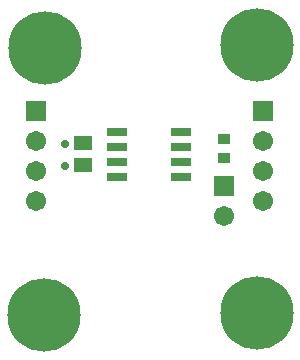
<source format=gts>
G04*
G04 #@! TF.GenerationSoftware,Altium Limited,Altium Designer,21.8.1 (53)*
G04*
G04 Layer_Color=8388736*
%FSLAX25Y25*%
%MOIN*%
G70*
G04*
G04 #@! TF.SameCoordinates,A3C703E8-1E81-4C36-A1CE-9CBA1459D04D*
G04*
G04*
G04 #@! TF.FilePolarity,Negative*
G04*
G01*
G75*
%ADD17R,0.06902X0.03162*%
%ADD18R,0.06115X0.04737*%
%ADD19R,0.04147X0.03556*%
%ADD20R,0.06706X0.06706*%
%ADD21C,0.06706*%
%ADD22C,0.24422*%
%ADD23C,0.02769*%
D17*
X415630Y309272D02*
D03*
Y304272D02*
D03*
Y314272D02*
D03*
Y319272D02*
D03*
X394370D02*
D03*
Y314272D02*
D03*
Y309272D02*
D03*
Y304272D02*
D03*
D18*
X383000Y315642D02*
D03*
Y308358D02*
D03*
D19*
X430000Y310752D02*
D03*
Y317248D02*
D03*
D20*
X443000Y326500D02*
D03*
X367500D02*
D03*
X430000Y301500D02*
D03*
D21*
X443000Y316500D02*
D03*
Y306500D02*
D03*
Y296500D02*
D03*
X367500Y316500D02*
D03*
Y306500D02*
D03*
Y296500D02*
D03*
X430000Y291500D02*
D03*
D22*
X441000Y259000D02*
D03*
X370000Y258500D02*
D03*
X441000Y348500D02*
D03*
X370500Y347500D02*
D03*
D23*
X377000Y308000D02*
D03*
Y315500D02*
D03*
M02*

</source>
